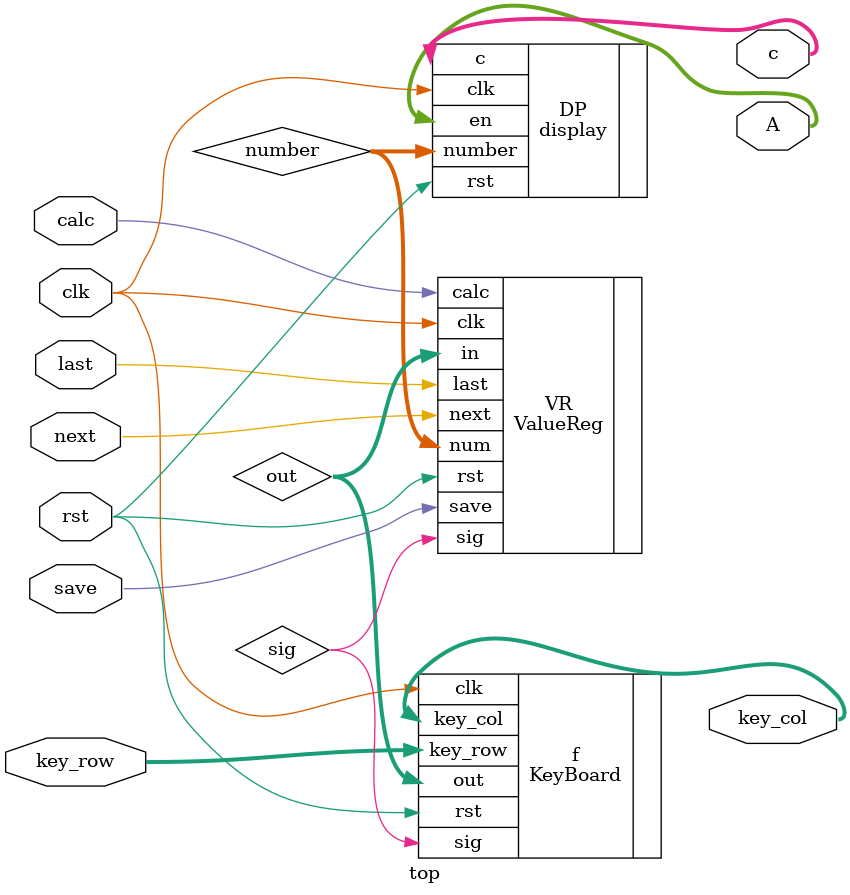
<source format=v>
`timescale 1ns / 1ps
module top(
    input wire clk,
    input wire rst,
    input wire[3:0] key_row,
    input wire calc,
    input wire save,
    input wire last,
    input wire next,
    output wire[3:0] key_col,
    output wire[7:0] A,
    output wire[7:0] c
    );
    wire [31:0] number;
    wire sig;
    wire debounce_calc,debounce_save,debounce_last,debounce_next;
    wire [3:0] out;
    KeyBoard f(.clk(clk),.rst(rst),.key_row(key_row),.key_col(key_col),.out(out),.sig(sig));
    ValueReg VR(.clk(clk),.rst(rst),.sig(sig),.in(out),.num(number),
    .calc(calc),.save(save),.last(last),.next(next));
    display DP(.clk(clk),.rst(rst),.number(number),.en(A),.c(c));
endmodule

</source>
